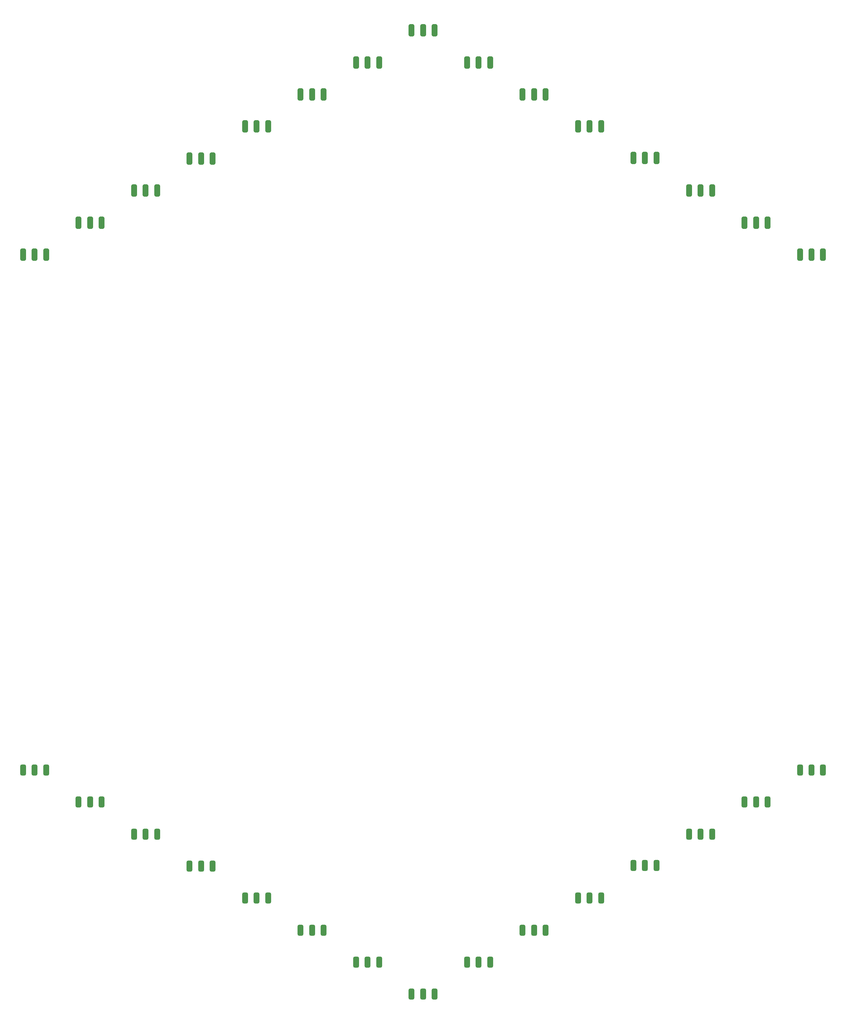
<source format=gtp>
%TF.GenerationSoftware,KiCad,Pcbnew,7.0.9*%
%TF.CreationDate,2024-01-04T00:39:50-06:00*%
%TF.ProjectId,HexDisplayPCB,48657844-6973-4706-9c61-795043422e6b,rev?*%
%TF.SameCoordinates,Original*%
%TF.FileFunction,Paste,Top*%
%TF.FilePolarity,Positive*%
%FSLAX46Y46*%
G04 Gerber Fmt 4.6, Leading zero omitted, Abs format (unit mm)*
G04 Created by KiCad (PCBNEW 7.0.9) date 2024-01-04 00:39:50*
%MOMM*%
%LPD*%
G01*
G04 APERTURE LIST*
G04 Aperture macros list*
%AMRoundRect*
0 Rectangle with rounded corners*
0 $1 Rounding radius*
0 $2 $3 $4 $5 $6 $7 $8 $9 X,Y pos of 4 corners*
0 Add a 4 corners polygon primitive as box body*
4,1,4,$2,$3,$4,$5,$6,$7,$8,$9,$2,$3,0*
0 Add four circle primitives for the rounded corners*
1,1,$1+$1,$2,$3*
1,1,$1+$1,$4,$5*
1,1,$1+$1,$6,$7*
1,1,$1+$1,$8,$9*
0 Add four rect primitives between the rounded corners*
20,1,$1+$1,$2,$3,$4,$5,0*
20,1,$1+$1,$4,$5,$6,$7,0*
20,1,$1+$1,$6,$7,$8,$9,0*
20,1,$1+$1,$8,$9,$2,$3,0*%
G04 Aperture macros list end*
%ADD10RoundRect,0.381000X-0.381000X1.190500X-0.381000X-1.190500X0.381000X-1.190500X0.381000X1.190500X0*%
%ADD11RoundRect,0.381000X-0.381000X1.025500X-0.381000X-1.025500X0.381000X-1.025500X0.381000X1.025500X0*%
G04 APERTURE END LIST*
D10*
%TO.C,A12*%
X367398054Y-102860167D03*
X370398054Y-102860167D03*
X373398054Y-102860167D03*
D11*
X367398054Y-320182167D03*
X370398054Y-320182167D03*
X373398054Y-320182167D03*
%TD*%
D10*
%TO.C,A2*%
X251926054Y-136193500D03*
X254926054Y-136193500D03*
X257926054Y-136193500D03*
D11*
X251926054Y-286875500D03*
X254926054Y-286875500D03*
X257926054Y-286875500D03*
%TD*%
D10*
%TO.C,A4*%
X280794054Y-119526834D03*
X283794054Y-119526834D03*
X286794054Y-119526834D03*
D11*
X280794054Y-303528834D03*
X283794054Y-303528834D03*
X286794054Y-303528834D03*
%TD*%
D10*
%TO.C,A7*%
X324096054Y-94526834D03*
X327096054Y-94526834D03*
X330096054Y-94526834D03*
D11*
X324096054Y-328508834D03*
X327096054Y-328508834D03*
X330096054Y-328508834D03*
%TD*%
D10*
%TO.C,A3*%
X266360054Y-127860167D03*
X269360054Y-127860167D03*
X272360054Y-127860167D03*
D11*
X266360054Y-295202167D03*
X269360054Y-295202167D03*
X272360054Y-295202167D03*
%TD*%
D10*
%TO.C,A6*%
X309662054Y-102860167D03*
X312662054Y-102860167D03*
X315662054Y-102860167D03*
D11*
X309662054Y-320182167D03*
X312662054Y-320182167D03*
X315662054Y-320182167D03*
%TD*%
D10*
%TO.C,A17*%
X439568054Y-144526834D03*
X442568054Y-144526834D03*
X445568054Y-144526834D03*
D11*
X439568054Y-278548834D03*
X442568054Y-278548834D03*
X445568054Y-278548834D03*
%TD*%
D10*
%TO.C,A1*%
X237492054Y-144526834D03*
X240492054Y-144526834D03*
X243492054Y-144526834D03*
D11*
X237492054Y-278548834D03*
X240492054Y-278548834D03*
X243492054Y-278548834D03*
%TD*%
D10*
%TO.C,A15*%
X410700054Y-127860167D03*
X413700054Y-127860167D03*
X416700054Y-127860167D03*
D11*
X410700054Y-295202167D03*
X413700054Y-295202167D03*
X416700054Y-295202167D03*
%TD*%
D10*
%TO.C,A14*%
X396240000Y-119380000D03*
X399240000Y-119380000D03*
X402240000Y-119380000D03*
D11*
X396240000Y-303382000D03*
X399240000Y-303382000D03*
X402240000Y-303382000D03*
%TD*%
D10*
%TO.C,A16*%
X425134054Y-136193500D03*
X428134054Y-136193500D03*
X431134054Y-136193500D03*
D11*
X425134054Y-286875500D03*
X428134054Y-286875500D03*
X431134054Y-286875500D03*
%TD*%
D10*
%TO.C,A11*%
X352964054Y-94526834D03*
X355964054Y-94526834D03*
X358964054Y-94526834D03*
D11*
X352964054Y-328508834D03*
X355964054Y-328508834D03*
X358964054Y-328508834D03*
%TD*%
D10*
%TO.C,A8*%
X338530054Y-86193500D03*
X341530054Y-86193500D03*
X344530054Y-86193500D03*
D11*
X338530054Y-336835500D03*
X341530054Y-336835500D03*
X344530054Y-336835500D03*
%TD*%
D10*
%TO.C,A13*%
X381832054Y-111193500D03*
X384832054Y-111193500D03*
X387832054Y-111193500D03*
D11*
X381832054Y-311855500D03*
X384832054Y-311855500D03*
X387832054Y-311855500D03*
%TD*%
D10*
%TO.C,A5*%
X295228054Y-111193500D03*
X298228054Y-111193500D03*
X301228054Y-111193500D03*
D11*
X295228054Y-311855500D03*
X298228054Y-311855500D03*
X301228054Y-311855500D03*
%TD*%
M02*

</source>
